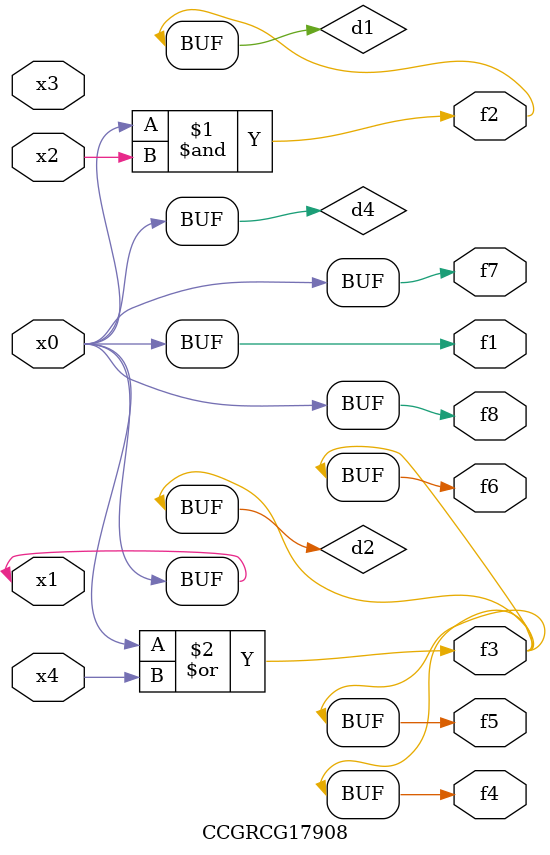
<source format=v>
module CCGRCG17908(
	input x0, x1, x2, x3, x4,
	output f1, f2, f3, f4, f5, f6, f7, f8
);

	wire d1, d2, d3, d4;

	and (d1, x0, x2);
	or (d2, x0, x4);
	nand (d3, x0, x2);
	buf (d4, x0, x1);
	assign f1 = d4;
	assign f2 = d1;
	assign f3 = d2;
	assign f4 = d2;
	assign f5 = d2;
	assign f6 = d2;
	assign f7 = d4;
	assign f8 = d4;
endmodule

</source>
